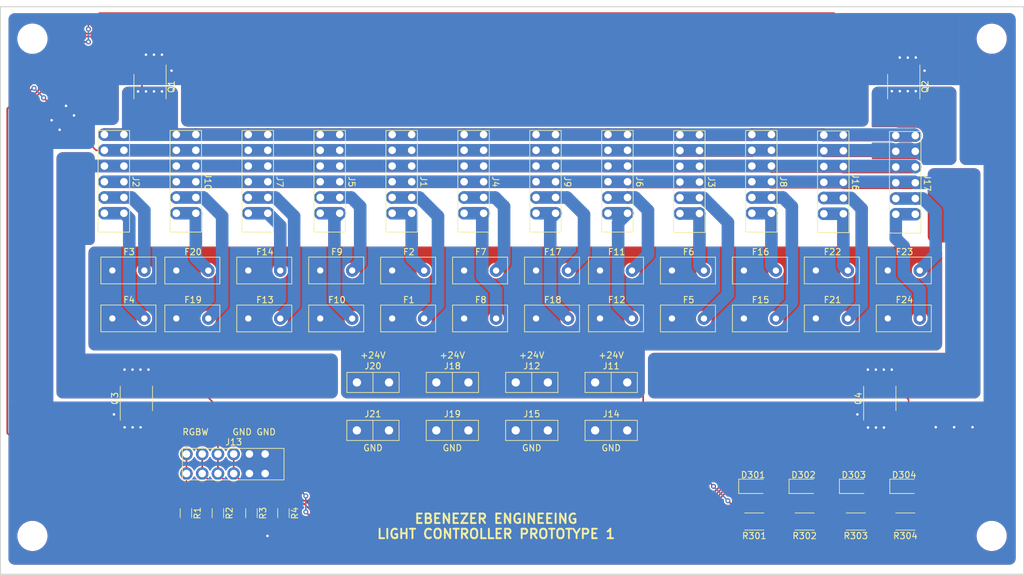
<source format=kicad_pcb>
(kicad_pcb (version 20211014) (generator pcbnew)
  (layers (0 "F.Cu" signal) (31 "B.Cu" signal) (34 "B.Paste" user) (35 "F.Paste" user) (36 "B.SilkS" user "B.Silkscreen") (37 "F.SilkS" user "F.Silkscreen") (38 "B.Mask" user) (39 "F.Mask" user) (44 "Edge.Cuts" user))
  (net 0 "")
  (net 1 "RED_OUTPUT")
  (net 2 "RED_INPUT")
  (net 3 "GND")
  (net 4 "24V")
  (net 5 "GREEN_OUTPUT")
  (net 6 "BLUE_OUTPUT")
  (net 7 "WHITE_OUTPUT")
  (net 8 "BLUE_INPUT")
  (net 9 "WHITE_INPUT")
  (net 10 "GREEN_INPUT")
  (net 11 "Net-(F9-Pad2)")
  (net 12 "Net-(F8-Pad2)")
  (net 13 "Net-(F7-Pad2)")
  (net 14 "Net-(F6-Pad2)")
  (net 15 "Net-(F5-Pad2)")
  (net 16 "Net-(F4-Pad2)")
  (net 17 "Net-(F3-Pad2)")
  (net 18 "Net-(F20-Pad2)")
  (net 19 "Net-(F2-Pad2)")
  (net 20 "Net-(F19-Pad2)")
  (net 21 "Net-(F18-Pad2)")
  (net 22 "Net-(F17-Pad2)")
  (net 23 "Net-(F16-Pad2)")
  (net 24 "Net-(F15-Pad2)")
  (net 25 "Net-(F14-Pad2)")
  (net 26 "Net-(F13-Pad2)")
  (net 27 "Net-(F12-Pad2)")
  (net 28 "Net-(F11-Pad2)")
  (net 29 "Net-(F10-Pad2)")
  (net 30 "Net-(F1-Pad2)")
  (net 31 "Net-(F21-Pad2)")
  (net 32 "Net-(F22-Pad2)")
  (net 33 "Net-(F23-Pad2)")
  (net 34 "Net-(F24-Pad2)")
  (net 35 "Net-(D301-Pad2)")
  (net 36 "Net-(D302-Pad2)")
  (net 37 "Net-(D303-Pad2)")
  (net 38 "Net-(D304-Pad2)")
  (footprint "Library:1212" (layer "F.Cu") (at 164.338 99.06 180)
    (fp_text reference "J11")
    (fp_text value "24V" hide)
  )
  (footprint "MountingHole:MountingHole_4.3mm_M4" (layer "F.Cu") (at 72.39 44.45)
    (fp_text reference " ")
    (fp_text value " ")
  )
  (footprint "LED_SMD:LED_1206_3216Metric" (layer "F.Cu") (at 210.8825 115.57)
    (fp_text reference "D304")
    (fp_text value "LED")
  )
  (footprint "MountingHole:MountingHole_4.3mm_M4" (layer "F.Cu") (at 72.39 123.444)
    (fp_text reference " ")
    (fp_text value " ")
  )
  (footprint "Library:1814605" (layer "F.Cu") (at 175.26 59.72 -90)
    (fp_text reference "J3")
    (fp_text value "Conn_01x06")
  )
  (footprint "Library:SOIC-8_3.9x4.9mm_P1.27mm transistor" (layer "F.Cu") (at 210.82 52.07 -90)
    (fp_text reference "Q2")
    (fp_text value "Si4122DY")
  )
  (footprint "MountingHole:MountingHole_4.3mm_M4" (layer "F.Cu") (at 224.79 123.444)
    (fp_text reference " ")
    (fp_text value " ")
  )
  (footprint "Resistor_SMD:R_1206_3216Metric" (layer "F.Cu") (at 107.188 119.8265 -90)
    (fp_text reference "R3")
    (fp_text value "10K")
  )
  (footprint "Library:1814605" (layer "F.Cu") (at 118.11 59.68 -90)
    (fp_text reference "J5")
    (fp_text value "Conn_01x06")
  )
  (footprint "Library:1814605" (layer "F.Cu") (at 209.55 59.84 -90)
    (fp_text reference "J17")
    (fp_text value "Conn_01x06")
  )
  (footprint "Library:1814605" (layer "F.Cu") (at 152.4 59.68 -90)
    (fp_text reference "J9")
    (fp_text value "Conn_01x06")
  )
  (footprint "Library:1212" (layer "F.Cu") (at 126.492 99.06 180)
    (fp_text reference "J20")
    (fp_text value "24V" hide)
  )
  (footprint "Fuse:Fuse_Littelfuse_395Series" (layer "F.Cu") (at 185.42 88.9)
    (fp_text reference "F15")
    (fp_text value "RUEF090-AP")
  )
  (footprint "Fuse:Fuse_Littelfuse_395Series" (layer "F.Cu") (at 162.56 88.89)
    (fp_text reference "F12")
    (fp_text value "RUEF090-AP")
  )
  (footprint "LED_SMD:LED_1206_3216Metric" (layer "F.Cu") (at 194.8825 115.57)
    (fp_text reference "D302")
    (fp_text value "LED")
  )
  (footprint "LED_SMD:LED_1206_3216Metric" (layer "F.Cu") (at 186.8825 115.57)
    (fp_text reference "D301")
    (fp_text value "LED")
  )
  (footprint "Library:1212" (layer "F.Cu") (at 126.482 106.68 180)
    (fp_text reference "J21")
    (fp_text value "GND" hide)
  )
  (footprint "Library:1212" (layer "F.Cu") (at 139.100666 106.68 180)
    (fp_text reference "J19")
    (fp_text value "GND" hide)
  )
  (footprint "Resistor_SMD:R_2010_5025Metric" (layer "F.Cu") (at 203.2 121.158 180)
    (fp_text reference "R303")
    (fp_text value "2k")
  )
  (footprint "Library:1814605" (layer "F.Cu") (at 106.68 59.68 -90)
    (fp_text reference "J7")
    (fp_text value "Conn_01x06")
  )
  (footprint "Fuse:Fuse_Littelfuse_395Series" (layer "F.Cu") (at 129.54 88.9)
    (fp_text reference "F1")
    (fp_text value "RUEF090-AP")
  )
  (footprint "Library:1814605" (layer "F.Cu") (at 140.97 59.68 -90)
    (fp_text reference "J4")
    (fp_text value "Conn_01x06")
  )
  (footprint "Fuse:Fuse_Littelfuse_395Series" (layer "F.Cu") (at 185.42 81.28)
    (fp_text reference "F16")
    (fp_text value "RUEF090-AP")
  )
  (footprint "Library:SOIC-8_3.9x4.9mm_P1.27mm transistor" (layer "F.Cu") (at 91.068882 52.07 -90)
    (fp_text reference "Q1")
    (fp_text value "Si4122DY")
  )
  (footprint "MountingHole:MountingHole_4.3mm_M4" (layer "F.Cu") (at 224.79 44.45)
    (fp_text reference " ")
    (fp_text value " ")
  )
  (footprint "Library:SOIC-8_3.9x4.9mm_P1.27mm transistor" (layer "F.Cu") (at 207.01 101.6 90)
    (fp_text reference "Q4")
    (fp_text value "Si4122DY")
  )
  (footprint "Resistor_SMD:R_2010_5025Metric" (layer "F.Cu") (at 187.075 121.158 180)
    (fp_text reference "R301")
    (fp_text value "2k")
  )
  (footprint "Resistor_SMD:R_1206_3216Metric" (layer "F.Cu") (at 96.774 119.8265 -90)
    (fp_text reference "R1")
    (fp_text value "10K")
  )
  (footprint "Library:1814605" (layer "F.Cu") (at 198.12 59.76 -90)
    (fp_text reference "J16")
    (fp_text value "Conn_01x06")
  )
  (footprint "Library:1212" (layer "F.Cu") (at 139.107333 99.06 180)
    (fp_text reference "J18")
    (fp_text value "24V" hide)
  )
  (footprint "LED_SMD:LED_1206_3216Metric" (layer "F.Cu") (at 202.8825 115.57)
    (fp_text reference "D303")
    (fp_text value "LED")
  )
  (footprint "Library:1814605" (layer "F.Cu") (at 163.83 59.68 -90)
    (fp_text reference "J6")
    (fp_text value "Conn_01x06")
  )
  (footprint "Library:1814605" (layer "F.Cu") (at 83.82 59.68 -90)
    (fp_text reference "J2")
    (fp_text value "Conn_01x06")
  )
  (footprint "Fuse:Fuse_Littelfuse_395Series" (layer "F.Cu") (at 173.99 81.28)
    (fp_text reference "F6")
    (fp_text value "RUEF090-AP")
  )
  (footprint "Resistor_SMD:R_2010_5025Metric" (layer "F.Cu") (at 195.072 121.158 180)
    (fp_text reference "R302")
    (fp_text value "2k")
  )
  (footprint "Fuse:Fuse_Littelfuse_395Series" (layer "F.Cu") (at 152.4 81.28)
    (fp_text reference "F17")
    (fp_text value "RUEF090-AP")
  )
  (footprint "Fuse:Fuse_Littelfuse_395Series" (layer "F.Cu") (at 152.4 88.9)
    (fp_text reference "F18")
    (fp_text value "RUEF090-AP")
  )
  (footprint "Library:1212" (layer "F.Cu") (at 151.722666 99.06 180)
    (fp_text reference "J12")
    (fp_text value "24V" hide)
  )
  (footprint "Fuse:Fuse_Littelfuse_395Series" (layer "F.Cu") (at 173.99 88.9)
    (fp_text reference "F5")
    (fp_text value "RUEF090-AP")
  )
  (footprint "Library:1814605" (layer "F.Cu") (at 96.86 113.534)
    (fp_text reference "J13")
    (fp_text value "SIGNAL")
  )
  (footprint "Resistor_SMD:R_1206_3216Metric" (layer "F.Cu") (at 101.854 119.8265 -90)
    (fp_text reference "R2")
    (fp_text value "10K")
  )
  (footprint "Fuse:Fuse_Littelfuse_395Series" (layer "F.Cu") (at 208.28 81.27)
    (fp_text reference "F23")
    (fp_text value "RUEF090-AP")
  )
  (footprint "Library:1814605" (layer "F.Cu") (at 95.25 59.68 -90)
    (fp_text reference "J10")
    (fp_text value "Conn_01x06")
  )
  (footprint "Fuse:Fuse_Littelfuse_395Series" (layer "F.Cu") (at 196.85 88.89)
    (fp_text reference "F21")
    (fp_text value "RUEF090-AP")
  )
  (footprint "Library:1212" (layer "F.Cu") (at 151.719332 106.68 180)
    (fp_text reference "J15")
    (fp_text value "GND" hide)
  )
  (footprint "Library:SOIC-8_3.9x4.9mm_P1.27mm transistor" (layer "F.Cu") (at 88.9 101.6 90)
    (fp_text reference "Q3")
    (fp_text value "Si4122DY")
  )
  (footprint "Fuse:Fuse_Littelfuse_395Series" (layer "F.Cu") (at 196.85 81.27)
    (fp_text reference "F22")
    (fp_text value "RUEF090-AP")
  )
  (footprint "Fuse:Fuse_Littelfuse_395Series" (layer "F.Cu") (at 118.11 88.9)
    (fp_text reference "F10")
    (fp_text value "RUEF090-AP")
  )
  (footprint "Library:1814605" (layer "F.Cu") (at 186.69 59.68 -90)
    (fp_text reference "J8")
    (fp_text value "Conn_01x06")
  )
  (footprint "Fuse:Fuse_Littelfuse_395Series" (layer "F.Cu") (at 85.09 88.89)
    (fp_text reference "F4")
    (fp_text value "RUEF090-AP")
  )
  (footprint "Fuse:Fuse_Littelfuse_395Series" (layer "F.Cu") (at 208.28 88.89)
    (fp_text reference "F24")
    (fp_text value "RUEF090-AP")
  )
  (footprint "Fuse:Fuse_Littelfuse_395Series" (layer "F.Cu") (at 162.56 81.28)
    (fp_text reference "F11")
    (fp_text value "RUEF090-AP")
  )
  (footprint "Library:1814605" (layer "F.Cu") (at 129.54 59.68 -90)
    (fp_text reference "J1")
    (fp_text value "Conn_01x06")
  )
  (footprint "Resistor_SMD:R_2010_5025Metric" (layer "F.Cu") (at 211.074 121.158 180)
    (fp_text reference "R304")
    (fp_text value "2k")
  )
  (footprint "Library:1212" (layer "F.Cu") (at 164.338 106.68 180)
    (fp_text reference "J14")
    (fp_text value "GND" hide)
  )
  (footprint "Resistor_SMD:R_1206_3216Metric" (layer "F.Cu") (at 112.268 119.8265 -90)
    (fp_text reference "R4")
    (fp_text value "10K")
  )
  (footprint "Fuse:Fuse_Littelfuse_395Series" (layer "F.Cu") (at 85.09 81.27)
    (fp_text reference "F3")
    (fp_text value "RUEF090-AP")
  )
  (footprint "Fuse:Fuse_Littelfuse_395Series" (layer "F.Cu") (at 140.97 81.28)
    (fp_text reference "F7")
    (fp_text value "RUEF090-AP")
  )
  (footprint "Fuse:Fuse_Littelfuse_395Series" (layer "F.Cu") (at 118.11 81.27)
    (fp_text reference "F9")
    (fp_text value "RUEF090-AP")
  )
  (footprint "Fuse:Fuse_Littelfuse_395Series" (layer "F.Cu") (at 95.25 81.28)
    (fp_text reference "F20")
    (fp_text value "RUEF090-AP")
  )
  (footprint "Fuse:Fuse_Littelfuse_395Series" (layer "F.Cu") (at 106.68 81.28)
    (fp_text reference "F14")
    (fp_text value "RUEF090-AP")
  )
  (footprint "Fuse:Fuse_Littelfuse_395Series" (layer "F.Cu") (at 129.54 81.28)
    (fp_text reference "F2")
    (fp_text value "RUEF090-AP")
  )
  (footprint "Fuse:Fuse_Littelfuse_395Series" (layer "F.Cu") (at 95.25 88.89)
    (fp_text reference "F19")
    (fp_text value "RUEF090-AP")
  )
  (footprint "Fuse:Fuse_Littelfuse_395Series" (layer "F.Cu") (at 106.68 88.9)
    (fp_text reference "F13")
    (fp_text value "RUEF090-AP")
  )
  (footprint "Fuse:Fuse_Littelfuse_395Series" (layer "F.Cu") (at 140.97 88.9)
    (fp_text reference "F8")
    (fp_text value "RUEF090-AP")
  )
  (gr_rect (start 67.31 39.37) (end 229.87 129.54) (layer "Edge.Cuts") (width 0.15) (fill none))
  (gr_text "RGBW     GND GND" (at 103.632 106.934) (layer "F.SilkS") (effects (font (size 1 1))))
  (gr_text "+24V" (at 151.717666 94.742) (layer "F.SilkS") (effects (font (size 1 1))))
  (gr_text "+24V" (at 126.492 94.742) (layer "F.SilkS") (effects (font (size 1 1))))
  (gr_text "GND" (at 139.100666 109.474) (layer "F.SilkS") (effects (font (size 1 1))))
  (gr_text "EBENEZER ENGINEEING\nLIGHT CONTROLLER PROTOTYPE 1" (at 146.05 121.92) (layer "F.SilkS") (effects (font (size 1.5 1.5) (thickness 0.3))))
  (gr_text "+24V" (at 139.097333 94.742) (layer "F.SilkS") (effects (font (size 1 1))))
  (gr_text "+24V" (at 164.338 94.742) (layer "F.SilkS") (effects (font (size 1 1))))
  (gr_text "GND" (at 126.492 109.474) (layer "F.SilkS") (effects (font (size 1 1))))
  (gr_text "GND" (at 151.719332 109.474) (layer "F.SilkS") (effects (font (size 1 1))))
  (gr_text "GND" (at 164.338 109.474) (layer "F.SilkS") (effects (font (size 1 1))))
  (segment (start 144.07 59.68) (end 152.4 59.68) (width 2) (layer "F.Cu") (net 1))
  (segment (start 198.04 59.68) (end 198.12 59.76) (width 2) (layer "F.Cu") (net 1))
  (segment (start 106.68 59.68) (end 109.78 59.68) (width 2) (layer "F.Cu") (net 1))
  (segment (start 95.25 59.68) (end 98.35 59.68) (width 2) (layer "F.Cu") (net 1))
  (segment (start 183.525768 115.57) (end 172.349768 126.746) (width 0.25) (layer "F.Cu") (net 1))
  (segment (start 88.84152 42.231803) (end 88.84152 47.626566) (width 0.25) (layer "F.Cu") (net 1))
  (segment (start 87.445238 40.83552) (end 88.84152 42.231803) (width 0.25) (layer "F.Cu") (net 1))
  (segment (start 68.38448 107.120197) (end 68.38448 55.558906) (width 0.25) (layer "F.Cu") (net 1))
  (segment (start 118.11 59.68) (end 121.21 59.68) (width 2) (layer "F.Cu") (net 1))
  (segment (start 172.349768 126.746) (end 88.010283 126.746) (width 0.25) (layer "F.Cu") (net 1))
  (segment (start 89.788402 52.81104) (end 89.809362 52.832) (width 0.25) (layer "F.Cu") (net 1))
  (segment (start 86.92 59.68) (end 95.25 59.68) (width 2) (layer "F.Cu") (net 1))
  (segment (start 152.4 59.68) (end 155.5 59.68) (width 2) (layer "F.Cu") (net 1))
  (segment (start 98.35 59.68) (end 106.68 59.68) (width 2) (layer "F.Cu") (net 1))
  (segment (start 81.72952 42.348763) (end 83.242763 40.83552) (width 0.25) (layer "F.Cu") (net 1))
  (segment (start 81.580103 43.650511) (end 82.004511 43.226103) (width 0.25) (layer "F.Cu") (net 1))
  (segment (start 155.5 59.68) (end 163.83 59.68) (width 2) (layer "F.Cu") (net 1))
  (segment (start 121.21 59.68) (end 129.54 59.68) (width 2) (layer "F.Cu") (net 1))
  (segment (start 82.004511 42.625897) (end 81.72952 42.350906) (width 0.25) (layer "F.Cu") (net 1))
  (segment (start 109.78 59.68) (end 118.11 59.68) (width 2) (layer "F.Cu") (net 1))
  (segment (start 201.22 59.76) (end 209.47 59.76) (width 2) (layer "F.Cu") (net 1))
  (segment (start 186.65 59.72) (end 186.69 59.68) (width 2) (layer "F.Cu") (net 1))
  (segment (start 189.79 59.68) (end 198.04 59.68) (width 2) (layer "F.Cu") (net 1))
  (segment (start 129.54 59.68) (end 132.64 59.68) (width 2) (layer "F.Cu") (net 1))
  (segment (start 163.83 59.68) (end 166.93 59.68) (width 2) (layer "F.Cu") (net 1))
  (segment (start 88.010283 126.746) (end 68.38448 107.120197) (width 0.25) (layer "F.Cu") (net 1))
  (segment (start 166.93 59.68) (end 175.22 59.68) (width 2) (layer "F.Cu") (net 1))
  (segment (start 186.69 59.68) (end 189.79 59.68) (width 2) (layer "F.Cu") (net 1))
  (segment (start 198.12 59.76) (end 201.22 59.76) (width 2) (layer "F.Cu") (net 1))
  (segment (start 175.26 59.72) (end 178.36 59.72) (width 2) (layer "F.Cu") (net 1))
  (segment (start 83.242763 40.83552) (end 87.445238 40.83552) (width 0.25) (layer "F.Cu") (net 1))
  (segment (start 80.636386 43.307) (end 80.979897 43.650511) (width 0.25) (layer "F.Cu") (net 1))
  (segment (start 178.36 59.72) (end 186.65 59.72) (width 2) (layer "F.Cu") (net 1))
  (segment (start 81.72952 42.350906) (end 81.72952 42.348763) (width 0.25) (layer "F.Cu") (net 1))
  (segment (start 185.4825 115.57) (end 183.525768 115.57) (width 0.25) (layer "F.Cu") (net 1))
  (segment (start 132.64 59.68) (end 140.97 59.68) (width 2) (layer "F.Cu") (net 1))
  (segment (start 88.84152 47.626566) (end 89.788402 48.573448) (width 0.25) (layer "F.Cu") (net 1))
  (segment (start 80.979897 43.650511) (end 81.580103 43.650511) (width 0.25) (layer "F.Cu") (net 1))
  (segment (start 82.004511 43.226103) (end 82.004511 42.625897) (width 0.25) (layer "F.Cu") (net 1))
  (segment (start 209.55 59.84) (end 212.65 59.84) (width 2) (layer "F.Cu") (net 1))
  (segment (start 89.788402 48.573448) (end 89.788402 52.81104) (width 0.25) (layer "F.Cu") (net 1))
  (segment (start 83.82 59.68) (end 86.92 59.68) (width 2) (layer "F.Cu") (net 1))
  (segment (start 175.22 59.68) (end 175.26 59.72) (width 2) (layer "F.Cu") (net 1))
  (segment (start 68.38448 55.558906) (end 80.636386 43.307) (width 0.25) (layer "F.Cu") (net 1))
  (segment (start 209.47 59.76) (end 209.55 59.84) (width 2) (layer "F.Cu") (net 1))
  (segment (start 140.97 59.68) (end 144.07 59.68) (width 2) (layer "F.Cu") (net 1))
  (via (at 92.964 52.82693) (size 0.8) (drill 0.4) (layers "F.Cu" "B.Cu") (net 1))
  (via (at 91.696573 52.82693) (size 0.8) (drill 0.4) (layers "F.Cu" "B.Cu") (net 1))
  (via (at 89.161723 52.82693) (size 0.8) (drill 0.4) (layers "F.Cu" "B.Cu") (net 1))
  (via (at 90.429148 52.82693) (size 0.8) (drill 0.4) (layers "F.Cu" "B.Cu") (net 1))
  (segment (start 212.49 59.68) (end 212.65 59.84) (width 2) (layer "B.Cu") (net 1))
  (segment (start 83.82 59.68) (end 212.49 59.68) (width 2) (layer "B.Cu") (net 1))
  (segment (start 88.382678 125.84696) (end 69.342 106.806282) (width 0.25) (layer "F.Cu") (net 2))
  (segment (start 72.263718 53.086) (end 72.906614 53.086) (width 0.25) (layer "F.Cu") (net 2))
  (segment (start 80.7937 44.100031) (end 81.766301 44.100031) (width 0.25) (layer "F.Cu") (net 2))
  (segment (start 96.86 110.434) (end 96.86 113.534) (width 0.25) (layer "F.Cu") (net 2))
  (segment (start 83.42896 41.28504) (end 87.25904 41.28504) (width 0.25) (layer "F.Cu") (net 2))
  (segment (start 96.86 113.534) (end 96.86 118.278) (width 0.25) (layer "F.Cu") (net 2))
  (segment (start 88.392 42.418) (end 88.392 48.823118) (width 0.25) (layer "F.Cu") (net 2))
  (segment (start 69.342 56.007718) (end 72.263718 53.086) (width 0.25) (layer "F.Cu") (net 2))
  (segment (start 87.25904 41.28504) (end 88.392 42.418) (width 0.25) (layer "F.Cu") (net 2))
  (segment (start 91.83104 125.84696) (end 88.382678 125.84696) (width 0.25) (layer "F.Cu") (net 2))
  (segment (start 80.703834 44.010166) (end 80.7937 44.100031) (width 0.25) (layer "F.Cu") (net 2))
  (segment (start 82.454031 42.259969) (end 83.42896 41.28504) (width 0.25) (layer "F.Cu") (net 2))
  (segment (start 94.488 120.65) (end 94.488 123.19) (width 0.25) (layer "F.Cu") (net 2))
  (segment (start 82.454031 43.4123) (end 82.454031 42.259969) (width 0.25) (layer "F.Cu") (net 2))
  (segment (start 81.766301 44.100031) (end 82.454031 43.4123) (width 0.25) (layer "F.Cu") (net 2))
  (segment (start 96.86 118.278) (end 96.774 118.364) (width 0.25) (layer "F.Cu") (net 2))
  (segment (start 73.152 51.562) (end 80.703834 44.010166) (width 0.25) (layer "F.Cu") (net 2))
  (segment (start 73.368511 52.624103) (end 73.368511 52.023897) (width 0.25) (layer "F.Cu") (net 2))
  (segment (start 88.392 48.823118) (end 89.163882 49.595) (width 0.25) (layer "F.Cu") (net 2))
  (segment (start 69.342 106.806282) (end 69.342 56.007718) (width 0.25) (layer "F.Cu") (net 2))
  (segment (start 73.368511 52.023897) (end 73.152 51.807386) (width 0.25) (layer "F.Cu") (net 2))
  (segment (start 96.774 118.364) (end 94.488 120.65) (width 0.25) (layer "F.Cu") (net 2))
  (segment (start 94.488 123.19) (end 91.83104 125.84696) (width 0.25) (layer "F.Cu") (net 2))
  (segment (start 72.906614 53.086) (end 73.368511 52.624103) (width 0.25) (layer "F.Cu") (net 2))
  (segment (start 73.152 51.807386) (end 73.152 51.562) (width 0.25) (layer "F.Cu") (net 2))
  (via (at 89.567403 106.194813) (size 0.8) (drill 0.4) (layers "F.Cu" "B.Cu") (net 3))
  (via (at 218.821 106.172) (size 0.8) (drill 0.4) (layers "F.Cu" "B.Cu") (net 3))
  (via (at 215.9 106.172) (size 0.8) (drill 0.4) (layers "F.Cu" "B.Cu") (net 3))
  (via (at 221.742 106.172) (size 0.8) (drill 0.4) (layers "F.Cu" "B.Cu") (net 3))
  (via (at 88.301668 106.194813) (size 0.8) (drill 0.4) (layers "F.Cu" "B.Cu") (net 3))
  (via (at 75.438 57.404) (size 0.8) (drill 0.4) (layers "F.Cu" "B.Cu") (net 3))
  (via (at 210.182722 47.444768) (size 0.8) (drill 0.4) (layers "F.Cu" "B.Cu") (net 3))
  (via (at 94.488 49.53) (size 0.8) (drill 0.4) (layers "F.Cu" "B.Cu") (net 3))
  (via (at 78.994 56.642) (size 0.8) (drill 0.4) (layers "F.Cu" "B.Cu") (net 3))
  (via (at 77.724 55.118) (size 0.8) (drill 0.4) (layers "F.Cu" "B.Cu") (net 3))
  (via (at 214.122 49.53) (size 0.8) (drill 0.4) (layers "F.Cu" "B.Cu") (net 3))
  (via (at 91.694 46.99) (size 0.8) (drill 0.4) (layers "F.Cu" "B.Cu") (net 3))
  (via (at 92.964 46.99) (size 0.8) (drill 0.4) (layers "F.Cu" "B.Cu") (net 3))
  (via (at 109.728 123.444) (size 0.8) (drill 0.4) (layers "F.Cu" "B.Cu") (net 3))
  (via (at 87.035933 106.194813) (size 0.8) (drill 0.4) (layers "F.Cu" "B.Cu") (net 3))
  (via (at 90.424 46.99) (size 0.8) (drill 0.4) (layers "F.Cu" "B.Cu") (net 3))
  (via (at 206.400459 106.223567) (size 0.8) (drill 0.4) (layers "F.Cu" "B.Cu") (net 3))
  (via (at 205.134724 106.223567) (size 0.8) (drill 0.4) (layers "F.Cu" "B.Cu") (net 3))
  (via (at 212.728879 47.441669) (size 0.8) (drill 0.4) (layers "F.Cu" "B.Cu") (net 3))
  (via (at 203.454 104.14) (size 0.8) (drill 0.4) (layers "F.Cu" "B.Cu") (net 3))
  (via (at 76.708 58.928) (size 0.8) (drill 0.4) (layers "F.Cu" "B.Cu") (net 3))
  (via (at 211.458073 47.461948) (size 0.8) (drill 0.4) (layers "F.Cu" "B.Cu") (net 3))
  (via (at 85.344 104.14) (size 0.8) (drill 0.4) (layers "F.Cu" "B.Cu") (net 3))
  (via (at 207.666194 106.223567) (size 0.8) (drill 0.4) (layers "F.Cu" "B.Cu") (net 3))
  (segment (start 169.418 104.394) (end 169.418 100.584) (width 0.25) (layer "F.Cu") (net 4))
  (segment (start 184.7625 119.7385) (end 184.7625 121.5165) (width 0.25) (layer "F.Cu") (net 4))
  (segment (start 186.47852 123.23252) (end 206.68698 123.23252) (width 0.25) (layer "F.Cu") (net 4))
  (segment (start 191.77 123.19) (end 193.04 121.92) (width 0.25) (layer "F.Cu") (net 4))
  (segment (start 182.88 117.856) (end 184.7625 119.7385) (width 0.25) (layer "F.Cu") (net 4))
  (segment (start 199.39 123.19) (end 200.66 121.92) (width 0.25) (layer "F.Cu") (net 4))
  (segment (start 180.594 115.57) (end 169.418 104.394) (width 0.25) (layer "F.Cu") (net 4))
  (segment (start 206.68698 123.23252) (end 208.7615 121.158) (width 0.25) (layer "F.Cu") (net 4))
  (segment (start 184.7625 121.5165) (end 186.47852 123.23252) (width 0.25) (layer "F.Cu") (net 4))
  (via (at 182.88 117.856) (size 0.8) (drill 0.4) (layers "F.Cu" "B.Cu") (net 4))
  (via (at 180.594 115.57) (size 0.8) (drill 0.4) (layers "F.Cu" "B.Cu") (net 4))
  (segment (start 85.09 81.27) (end 85.09 88.89) (width 2) (layer "B.Cu") (net 4))
  (segment (start 106.68 81.28) (end 106.68 88.9) (width 2) (layer "B.Cu") (net 4))
  (segment (start 173.99 81.28) (end 173.99 88.9) (width 2) (layer "B.Cu") (net 4))
  (segment (start 129.54 81.28) (end 129.54 88.9) (width 2) (layer "B.Cu") (net 4))
  (segment (start 95.25 81.28) (end 95.25 88.89) (width 2) (layer "B.Cu") (net 4))
  (segment (start 208.28 81.27) (end 208.28 88.89) (width 2) (layer "B.Cu") (net 4))
  (segment (start 182.88 117.856) (end 180.594 115.57) (width 0.25) (layer "B.Cu") (net 4))
  (segment (start 140.97 81.28) (end 140.97 88.9) (width 2) (layer "B.Cu") (net 4))
  (segment (start 152.4 81.28) (end 152.4 88.9) (width 2) (layer "B.Cu") (net 4))
  (segment (start 196.85 81.27) (end 196.85 88.89) (width 2) (layer "B.Cu") (net 4))
  (segment (start 185.42 81.28) (end 185.42 88.9) (width 2) (layer "B.Cu") (net 4))
  (segment (start 118.11 81.27) (end 118.11 88.9) (width 2) (layer "B.Cu") (net 4))
  (segment (start 162.56 81.28) (end 162.56 88.89) (width 2) (layer "B.Cu") (net 4))
  (segment (start 198.12 62.26) (end 201.22 62.26) (width 2) (layer "F.Cu") (net 5))
  (segment (start 68.834 55.88) (end 72.39 52.324) (width 0.25) (layer "F.Cu") (net 5))
  (segment (start 95.25 62.18) (end 98.35 62.18) (width 2) (layer "F.Cu") (net 5))
  (segment (start 209.47 62.26) (end 209.55 62.34) (width 2) (layer "F.Cu") (net 5))
  (segment (start 98.35 62.18) (end 106.68 62.18) (width 2) (layer "F.Cu") (net 5))
  (segment (start 163.83 62.18) (end 166.93 62.18) (width 2) (layer "F.Cu") (net 5))
  (segment (start 191.71152 114.24152) (end 184.21853 114.24152) (width 0.25) (layer "F.Cu") (net 5))
  (segment (start 132.64 62.18) (end 140.97 62.18) (width 2) (layer "F.Cu") (net 5))
  (segment (start 68.834 106.934) (end 68.834 55.88) (width 0.25) (layer "F.Cu") (net 5))
  (segment (start 140.97 62.18) (end 144.07 62.18) (width 2) (layer "F.Cu") (net 5))
  (segment (start 109.78 62.18) (end 118.11 62.18) (width 2) (layer "F.Cu") (net 5))
  (segment (start 209.55 62.34) (end 212.65 62.34) (width 2) (layer "F.Cu") (net 5))
  (segment (start 83.82 62.18) (end 86.92 62.18) (width 2) (layer "F.Cu") (net 5))
  (segment (start 193.4825 115.57) (end 193.04 115.57) (width 0.25) (layer "F.Cu") (net 5))
  (segment (start 175.26 62.22) (end 178.36 62.22) (width 2) (layer "F.Cu") (net 5))
  (segment (start 186.69 62.18) (end 189.79 62.18) (width 2) (layer "F.Cu") (net 5))
  (segment (start 121.21 62.18) (end 129.54 62.18) (width 2) (layer "F.Cu") (net 5))
  (segment (start 74.168 53.848) (end 82.5 62.18) (width 0.25) (layer "F.Cu") (net 5))
  (segment (start 166.93 62.18) (end 175.22 62.18) (width 2) (layer "F.Cu") (net 5))
  (segment (start 193.04 115.57) (end 191.71152 114.24152) (width 0.25) (layer "F.Cu") (net 5))
  (segment (start 152.4 62.18) (end 155.5 62.18) (width 2) (layer "F.Cu") (net 5))
  (segment (start 88.19648 126.29648) (end 68.834 106.934) (width 0.25) (layer "F.Cu") (net 5))
  (segment (start 72.39 52.324) (end 72.644 52.324) (width 0.25) (layer "F.Cu") (net 5))
  (segment (start 118.11 62.18) (end 121.21 62.18) (width 2) (layer "F.Cu") (net 5))
  (segment (start 186.65 62.22) (end 186.69 62.18) (width 2) (layer "F.Cu") (net 5))
  (segment (start 82.5 62.18) (end 83.82 62.18) (width 0.25) (layer "F.Cu") (net 5))
  (segment (start 189.79 62.18) (end 198.04 62.18) (width 2) (layer "F.Cu") (net 5))
  (segment (start 106.68 62.18) (end 109.78 62.18) (width 2) (layer "F.Cu") (net 5))
  (segment (start 144.07 62.18) (end 152.4 62.18) (width 2) (layer "F.Cu") (net 5))
  (segment (start 172.16357 126.29648) (end 88.19648 126.29648) (width 0.25) (layer "F.Cu") (net 5))
  (segment (start 86.92 62.18) (end 95.25 62.18) (width 2) (layer "F.Cu") (net 5))
  (segment (start 184.21853 114.24152) (end 172.16357 126.29648) (width 0.25) (layer "F.Cu") (net 5))
  (segment (start 129.54 62.18) (end 132.64 62.18) (width 2) (layer "F.Cu") (net 5))
  (segment (start 201.22 62.26) (end 209.47 62.26) (width 2) (layer "F.Cu") (net 5))
  (segment (start 178.36 62.22) (end 186.65 62.22) (width 2) (layer "F.Cu") (net 5))
  (segment (start 198.04 62.18) (end 198.12 62.26) (width 2) (layer "F.Cu") (net 5))
  (segment (start 155.5 62.18) (end 163.83 62.18) (width 2) (layer "F.Cu") (net 5))
  (segment (start 175.22 62.18) (end 175.26 62.22) (width 2) (layer "F.Cu") (net 5))
  (via (at 212.726499 52.789092) (size 0.8) (drill 0.4) (layers "F.Cu" "B.Cu") (net 5))
  (via (at 210.191649 52.789092) (size 0.8) (drill 0.4) (layers "F.Cu" "B.Cu") (net 5))
  (via (at 72.644 52.324) (size 0.8) (drill 0.4) (layers "F.Cu" "B.Cu") (net 5))
  (via (at 211.459074 52.789092) (size 0.8) (drill 0.4) (layers "F.Cu" "B.Cu") (net 5))
  (via (at 208.924222 52.789092) (size 0.8) (drill 0.4) (layers "F.Cu" "B.Cu") (net 5))
  (via (at 74.168 53.848) (size 0.8) (drill 0.4) (layers "F.Cu" "B.Cu") (net 5))
  (segment (start 83.82 62.18) (end 212.49 62.18) (width 2) (layer "B.Cu") (net 5))
  (segment (start 72.644 52.324) (end 74.168 53.848) (width 0.25) (layer "B.Cu") (net 5))
  (segment (start 212.49 62.18) (end 212.65 62.34) (width 2) (layer "B.Cu") (net 5))
  (segment (start 186.69 64.68) (end 178.4 64.68) (width 2) (layer "F.Cu") (net 6))
  (segment (start 109.78 64.68) (end 106.68 64.68) (width 2) (layer "F.Cu") (net 6))
  (segment (start 121.21 64.68) (end 118.11 64.68) (width 2) (layer "F.Cu") (net 6))
  (segment (start 171.977372 125.84696) (end 122.03696 125.84696) (width 0.25) (layer "F.Cu") (net 6))
  (segment (start 98.35 64.68) (end 95.25 64.68) (width 2) (layer "F.Cu") (net 6))
  (segment (start 163.83 64.68) (end 155.5 64.68) (width 2) (layer "F.Cu") (net 6))
  (segment (start 199.7045 113.792) (end 184.032332 113.792) (width 0.25) (layer "F.Cu") (net 6))
  (segment (start 155.5 64.68) (end 152.4 64.68) (width 2) (layer "F.Cu") (net 6))
  (segment (start 95.25 64.68) (end 86.92 64.68) (width 2) (layer "F.Cu") (net 6))
  (segment (start 81.444 64.68) (end 81.28 64.516) (width 2) (layer "F.Cu") (net 6))
  (segment (start 118.11 64.68) (end 109.78 64.68) (width 2) (layer "F.Cu") (net 6))
  (segment (start 99.441717 100.584) (end 102.30952 103.451803) (width 0.25) (layer "F.Cu") (net 6))
  (segment (start 184.032332 113.792) (end 171.977372 125.84696) (width 0.25) (layer "F.Cu") (net 6))
  (segment (start 201.22 64.76) (end 198.12 64.76) (width 2) (layer "F.Cu") (net 6))
  (segment (start 166.97 64.72) (end 166.93 64.68) (width 2) (layer "F.Cu") (net 6))
  (segment (start 86.92 64.68) (end 83.82 64.68) (width 2) (layer "F.Cu") (net 6))
  (segment (start 102.30952 103.451803) (end 102.30952 108.15152) (width 0.25) (layer "F.Cu") (net 6))
  (segment (start 129.54 64.68) (end 121.21 64.68) (width 2) (layer "F.Cu") (net 6))
  (segment (start 110.684511 109.885368) (end 110.684511 111.954511) (width 0.25) (layer "F.Cu") (net 6))
  (segment (start 103.267489 109.109489) (end 109.908632 109.109489) (width 0.25) (layer "F.Cu") (net 6))
  (segment (start 122.03696 125.84696) (end 115.824 119.634) (width 0.25) (layer "F.Cu") (net 6))
  (segment (start 83.82 64.68) (end 81.444 64.68) (width 2) (layer "F.Cu") (net 6))
  (segment (start 110.684511 111.954511) (end 115.824 117.094) (width 0.25) (layer "F.Cu") (net 6))
  (segment (start 106.68 64.68) (end 98.35 64.68) (width 2) (layer "F.Cu") (net 6))
  (segment (start 209.55 64.84) (end 201.3 64.84) (width 2) (layer "F.Cu") (net 6))
  (segment (start 201.4825 115.57) (end 199.7045 113.792) (width 0.25) (layer "F.Cu") (net 6))
  (segment (start 175.26 64.72) (end 166.97 64.72) (width 2) (layer "F.Cu") (net 6))
  (segment (start 189.87 64.76) (end 189.79 64.68) (width 2) (layer "F.Cu") (net 6))
  (segment (start 212.65 64.84) (end 209.55 64.84) (width 2) (layer "F.Cu") (net 6))
  (segment (start 152.4 64.68) (end 144.07 64.68) (width 2) (layer "F.Cu") (net 6))
  (segment (start 201.3 64.84) (end 201.22 64.76) (width 2) (layer "F.Cu") (net 6))
  (segment (start 140.97 64.68) (end 132.64 64.68) (width 2) (layer "F.Cu") (net 6))
  (segment (start 186.69 64.68) (end 189.79 64.68) (width 2) (layer "F.Cu") (net 6))
  (segment (start 109.908632 109.109489) (end 110.684511 109.885368) (width 0.25) (layer "F.Cu") (net 6))
  (segment (start 132.64 64.68) (end 129.54 64.68) (width 2) (layer "F.Cu") (net 6))
  (segment (start 144.07 64.68) (end 140.97 64.68) (width 2) (layer "F.Cu") (net 6))
  (segment (start 178.4 64.68) (end 178.36 64.72) (width 2) (layer "F.Cu") (net 6))
  (segment (start 178.36 64.72) (end 175.26 64.72) (width 2) (layer "F.Cu") (net 6))
  (segment (start 166.93 64.68) (end 163.83 64.68) (width 2) (layer "F.Cu") (net 6))
  (segment (start 198.12 64.76) (end 189.87 64.76) (width 2) (layer "F.Cu") (net 6))
  (segment (start 102.30952 108.15152) (end 103.267489 109.109489) (width 0.25) (layer "F.Cu") (net 6))
  (via (at 115.824 119.634) (size 0.8) (drill 0.4) (layers "F.Cu" "B.Cu") (net 6))
  (via (at 88.288994 97.028) (size 0.8) (drill 0.4) (layers "F.Cu" "B.Cu") (net 6))
  (via (at 115.824 117.094) (size 0.8) (drill 0.4) (layers "F.Cu" "B.Cu") (net 6))
  (via (at 87.023259 97.028) (size 0.8) (drill 0.4) (layers "F.Cu" "B.Cu") (net 6))
  (via (at 90.820466 97.028) (size 0.8) (drill 0.4) (layers "F.Cu" "B.Cu") (net 6))
  (via (at 89.554729 97.028) (size 0.8) (drill 0.4) (layers "F.Cu" "B.Cu") (net 6))
  (segment (start 83.82 64.68) (end 81.444 64.68) (width 2) (layer "B.Cu") (net 6))
  (segment (start 115.824 119.634) (end 115.824 117.094) (width 0.25) (layer "B.Cu") (net 6))
  (segment (start 83.82 64.68) (end 212.49 64.68) (width 2) (layer "B.Cu") (net 6))
  (segment (start 212.49 64.68) (end 212.65 64.84) (width 2) (layer "B.Cu") (net 6))
  (segment (start 81.444 64.68) (end 81.28 64.516) (width 2) (layer "B.Cu") (net 6))
  (segment (start 166.93 67.18) (end 163.83 67.18) (width 2) (layer "F.Cu") (net 7))
  (segment (start 198.12 67.26) (end 189.87 67.26) (width 2) (layer "F.Cu") (net 7))
  (segment (start 98.35 67.18) (end 95.25 67.18) (width 2) (layer "F.Cu") (net 7))
  (segment (start 152.4 67.18) (end 144.07 67.18) (width 2) (layer "F.Cu") (net 7))
  (segment (start 95.25 67.18) (end 86.92 67.18) (width 2) (layer "F.Cu") (net 7))
  (segment (start 155.5 67.18) (end 152.4 67.18) (width 2) (layer "F.Cu") (net 7))
  (segment (start 121.21 67.18) (end 118.11 67.18) (width 2) (layer "F.Cu") (net 7))
  (segment (start 212.65 67.34) (end 215.108 67.34) (width 2) (layer "F.Cu") (net 7))
  (segment (start 86.92 67.18) (end 83.82 67.18) (width 2) (layer "F.Cu") (net 7))
  (segment (start 166.97 67.22) (end 166.93 67.18) (width 2) (layer "F.Cu") (net 7))
  (segment (start 211.582 113.4705) (end 211.582 101.792) (width 0.25) (layer "F.Cu") (net 7))
  (segment (start 175.26 67.22) (end 166.97 67.22) (width 2) (layer "F.Cu") (net 7))
  (segment (start 209.4825 115.57) (end 211.582 113.4705) (width 0.25) (layer "F.Cu") (net 7))
  (segment (start 118.11 67.18) (end 109.78 67.18) (width 2) (layer "F.Cu") (net 7))
  (segment (start 209.55 67.34) (end 201.3 67.34) (width 2) (layer "F.Cu") (net 7))
  (segment (start 211.582 101.792) (end 208.915 99.125) (width 0.25) (layer "F.Cu") (net 7))
  (segment (start 201.3 67.34) (end 201.22 67.26) (width 2) (layer "F.Cu") (net 7))
  (segment (start 132.64 67.18) (end 129.54 67.18) (width 2) (layer "F.Cu") (net 7))
  (segment (start 163.83 67.18) (end 155.5 67.18) (width 2) (layer "F.Cu") (net 7))
  (segment (start 129.54 67.18) (end 121.21 67.18) (width 2) (layer "F.Cu") (net 7))
  (segment (start 186.69 67.18) (end 178.4 67.18) (width 2) (layer "F.Cu") (net 7))
  (segment (start 215.108 67.34) (end 215.392 67.056) (width 2) (layer "F.Cu") (net 7))
  (segment (start 144.07 67.18) (end 140.97 67.18) (width 2) (layer "F.Cu") (net 7))
  (segment (start 109.78 67.18) (end 106.68 67.18) (width 2) (layer "F.Cu") (net 7))
  (segment (start 201.22 67.26) (end 198.12 67.26) (width 2) (layer "F.Cu") (net 7))
  (segment (start 178.36 67.22) (end 175.26 67.22) (width 2) (layer "F.Cu") (net 7))
  (segment (start 106.68 67.18) (end 98.35 67.18) (width 2) (layer "F.Cu") (net 7))
  (segment (start 212.65 67.34) (end 209.55 67.34) (width 2) (layer "F.Cu") (net 7))
  (segment (start 189.87 67.26) (end 189.79 67.18) (width 2) (layer "F.Cu") (net 7))
  (segment (start 189.79 67.18) (end 186.69 67.18) (width 2) (layer "F.Cu") (net 7))
  (segment (start 140.97 67.18) (end 132.64 67.18) (width 2) (layer "F.Cu") (net 7))
  (segment (start 178.4 67.18) (end 178.36 67.22) (width 2) (layer "F.Cu") (net 7))
  (via (at 208.913633 97.028) (size 0.8) (drill 0.4) (layers "F.Cu" "B.Cu") (net 7))
  (via (at 207.647896 97.028) (size 0.8) (drill 0.4) (layers "F.Cu" "B.Cu") (net 7))
  (via (at 205.116426 97.028) (size 0.8) (drill 0.4) (layers "F.Cu" "B.Cu") (net 7))
  (via (at 206.382161 97.028) (size 0.8) (drill 0.4) (layers "F.Cu" "B.Cu") (net 7))
  (segment (start 212.65 67.34) (end 215.108 67.34) (width 2) (layer "B.Cu") (net 7))
  (segment (start 83.82 67.18) (end 212.49 67.18) (width 2) (layer "B.Cu") (net 7))
  (segment (start 212.49 67.18) (end 212.65 67.34) (width 2) (layer "B.Cu") (net 7))
  (segment (start 215.108 67.34) (end 215.392 67.056) (width 2) (layer "B.Cu") (net 7))
  (segment (start 100.584 102.362) (end 101.86 103.638) (width 0.25) (layer "F.Cu") (net 8))
  (segment (start 106.69 118.364) (end 107.188 118.364) (width 0.25) (layer "F.Cu") (net 8))
  (segment (start 90.805 104.075) (end 90.805 103.505) (width 0.25) (layer "F.Cu") (net 8))
  (segment (start 91.948 102.362) (end 100.584 102.362) (width 0.25) (layer "F.Cu") (net 8))
  (segment (start 101.86 110.434) (end 101.86 113.534) (width 0.25) (layer "F.Cu") (net 8))
  (segment (start 101.86 113.534) (end 106.69 118.364) (width 0.25) (layer "F.Cu") (net 8))
  (segment (start 101.86 103.638) (end 101.86 110.434) (width 0.25) (layer "F.Cu") (net 8))
  (segment (start 90.805 103.505) (end 91.948 102.362) (width 0.25) (layer "F.Cu") (net 8))
  (segment (start 104.36 110.434) (end 104.36 113.534) (width 0.25) (layer "F.Cu") (net 9))
  (segment (start 171.791174 125.39744) (end 122.612054 125.39744) (width 0.25) (layer "F.Cu") (net 9))
  (segment (start 115.578614 118.364) (end 112.268 118.364) (width 0.25) (layer "F.Cu") (net 9))
  (segment (start 211.13248 113.284302) (end 210.878782 113.538) (width 0.25) (layer "F.Cu") (net 9))
  (segment (start 109.19 118.364) (end 112.268 118.364) (width 0.25) (layer "F.Cu") (net 9))
  (segment (start 200.086218 113.538) (end 199.890697 113.34248) (width 0.25) (layer "F.Cu") (net 9))
  (segment (start 104.36 113.534) (end 109.19 118.364) (width 0.25) (layer "F.Cu") (net 9))
  (segment (start 122.612054 125.39744) (end 115.578614 118.364) (width 0.25) (layer "F.Cu") (net 9))
  (segment (start 199.890697 113.34248) (end 183.846135 113.34248) (width 0.25) (layer "F.Cu") (net 9))
  (segment (start 208.915 104.075) (end 211.13248 104.075) (width 0.25) (layer "F.Cu") (net 9))
  (segment (start 183.846135 113.34248) (end 171.791174 125.39744) (width 0.25) (layer "F.Cu") (net 9))
  (segment (start 210.878782 113.538) (end 200.086218 113.538) (width 0.25) (layer "F.Cu") (net 9))
  (segment (start 211.13248 104.075) (end 211.13248 113.284302) (width 0.25) (layer "F.Cu") (net 9))
  (segment (start 73.092812 53.53552) (end 73.818031 52.8103) (width 0.25) (layer "F.Cu") (net 10))
  (segment (start 99.36 113.534) (end 101.854 116.028) (width 0.25) (layer "F.Cu") (net 10))
  (segment (start 72.449916 53.53552) (end 73.092812 53.53552) (width 0.25) (layer "F.Cu") (net 10))
  (segment (start 69.85 56.135436) (end 72.449916 53.53552) (width 0.25) (layer "F.Cu") (net 10))
  (segment (start 94.03848 123.003802) (end 91.644842 125.39744) (width 0.25) (layer "F.Cu") (net 10))
  (segment (start 98.035489 109.109489) (end 96.311368 109.109489) (width 0.25) (layer "F.Cu") (net 10))
  (segment (start 73.818031 52.8103) (end 73.818031 51.837699) (width 0.25) (layer "F.Cu") (net 10))
  (segment (start 96.311368 109.109489) (end 94.03848 111.382377) (width 0.25) (layer "F.Cu") (net 10))
  (segment (start 99.36 110.434) (end 99.36 113.534) (width 0.25) (layer "F.Cu") (net 10))
  (segment (start 81.28 42.926) (end 81.28 42.162566) (width 0.25) (layer "F.Cu") (net 10))
  (segment (start 80.391718 44.958) (end 81.026 44.958) (width 0.25) (layer "F.Cu") (net 10))
  (segment (start 83.056566 40.386) (end 199.706 40.386) (width 0.25) (layer "F.Cu") (net 10))
  (segment (start 81.28 42.162566) (end 83.056566 40.386) (width 0.25) (layer "F.Cu") (net 10))
  (segment (start 94.03848 111.382377) (end 94.03848 123.003802) (width 0.25) (layer "F.Cu") (net 10))
  (segment (start 199.706 40.386) (end 208.915 49.595) (width 0.25) (layer "F.Cu") (net 10))
  (segment (start 81.026 44.958) (end 81.28 45.212) (width 0.25) (layer "F.Cu") (net 10))
  (segment (start 88.568876 125.39744) (end 69.85 106.678564) (width 0.25) (layer "F.Cu") (net 10))
  (segment (start 73.665025 51.684693) (end 80.391718 44.958) (width 0.25) (layer "F.Cu") (net 10))
  (segment (start 73.818031 51.837699) (end 73.665025 51.684693) (width 0.25) (layer "F.Cu") (net 10))
  (segment (start 69.85 106.678564) (end 69.85 56.135436) (width 0.25) (layer "F.Cu") (net 10))
  (segment (start 99.36 110.434) (end 98.035489 109.109489) (width 0.25) (layer "F.Cu") (net 10))
  (segment (start 101.854 116.028) (end 101.854 118.364) (width 0.25) (layer "F.Cu") (net 10))
  (segment (start 91.644842 125.39744) (end 88.568876 125.39744) (width 0.25) (layer "F.Cu") (net 10))
  (via (at 81.28 42.926) (size 0.8) (drill 0.4) (layers "F.Cu" "B.Cu") (net 10))
  (via (at 81.28 44.958) (size 0.8) (drill 0.4) (layers "F.Cu" "B.Cu") (net 10))
  (segment (start 81.28 44.958) (end 81.28 42.926) (width 0.25) (layer "B.Cu") (net 10))
  (segment (start 124.46 71.11) (end 124.46 80.01) (width 2) (layer "B.Cu") (net 11))
  (segment (start 121.21 69.68) (end 123.03 69.68) (width 2) (layer "B.Cu") (net 11))
  (segment (start 123.03 69.68) (end 124.46 71.11) (width 2) (layer "B.Cu") (net 11))
  (segment (start 118.11 69.68) (end 121.21 69.68) (width 2) (layer "B.Cu") (net 11))
  (segment (start 124.46 80.01) (end 123.19 81.28) (width 2) (layer "B.Cu") (net 11))
  (segment (start 144.07 72.18) (end 143.85048 72.39952) (width 2) (layer "B.Cu") (net 12))
  (segment (start 146.05 88.91) (end 146.05 84.400592) (width 2) (layer "B.Cu") (net 12))
  (segment (start 146.05 84.400592) (end 143.85048 82.201072) (width 2) (layer "B.Cu") (net 12))
  (segment (start 143.85048 72.39952) (end 143.85048 82.201072) (width 2) (layer "B.Cu") (net 12))
  (segment (start 140.97 72.18) (end 144.07 72.18) (width 2) (layer "B.Cu") (net 12))
  (segment (start 144.07 69.68) (end 145.89 69.68) (width 2) (layer "B.Cu") (net 13))
  (segment (start 145.89 69.68) (end 147.32 71.11) (width 2) (layer "B.Cu") (net 13))
  (segment (start 147.32 71.11) (end 147.32 80.02) (width 2) (layer "B.Cu") (net 13))
  (segment (start 147.32 80.02) (end 146.05 81.29) (width 2) (layer "B.Cu") (net 13))
  (segment (start 140.97 69.68) (end 144.07 69.68) (width 2) (layer "B.Cu") (net 13))
  (segment (start 178.36 80.58) (end 179.07 81.29) (width 2) (layer "B.Cu") (net 14))
  (segment (start 178.36 72.22) (end 178.36 80.58) (width 2) (layer "B.Cu") (net 14))
  (segment (start 175.26 72.22) (end 178.36 72.22) (width 2) (layer "B.Cu") (net 14))
  (segment (start 182.88 85.1) (end 179.07 88.91) (width 2) (layer "B.Cu") (net 15))
  (segment (start 178.970591 69.72) (end 182.88 73.629409) (width 2) (layer "B.Cu") (net 15))
  (segment (start 182.88 73.629409) (end 182.88 85.1) (width 2) (layer "B.Cu") (net 15))
  (segment (start 178.36 69.72) (end 178.970591 69.72) (width 2) (layer "B.Cu") (net 15))
  (segment (start 175.26 69.72) (end 178.36 69.72) (width 2) (layer "B.Cu") (net 15))
  (segment (start 86.92 72.18) (end 87.77 73.03) (width 2) (layer "B.Cu") (net 16))
  (segment (start 87.77 86.5) (end 90.17 88.9) (width 2) (layer "B.Cu") (net 16))
  (segment (start 87.77 73.03) (end 87.77 86.5) (width 2) (layer "B.Cu") (net 16))
  (segment (start 83.82 72.18) (end 86.92 72.18) (width 2) (layer "B.Cu") (net 16))
  (segment (start 86.92 69.68) (end 88.122081 69.68) (width 2) (layer "B.Cu") (net 17))
  (segment (start 90.17 71.727919) (end 90.17 81.28) (width 2) (layer "B.Cu") (net 17))
  (segment (start 83.82 69.68) (end 86.92 69.68) (width 2) (layer "B.Cu") (net 17))
  (segment (start 88.122081 69.68) (end 90.17 71.727919) (width 2) (layer "B.Cu") (net 17))
  (segment (start 98.35 72.18) (end 98.35 79.31) (width 2) (layer "B.Cu") (net 18))
  (segment (start 95.25 72.18) (end 98.35 72.18) (width 2) (layer "B.Cu") (net 18))
  (segment (start 98.35 79.31) (end 100.33 81.29) (width 2) (layer "B.Cu") (net 18))
  (segment (start 132.64 72.18) (end 132.64 79.31) (width 2) (layer "B.Cu") (net 19))
  (segment (start 132.64 79.31) (end 134.62 81.29) (width 2) (layer "B.Cu") (net 19))
  (segment (start 129.54 72.18) (end 132.64 72.18) (width 2) (layer "B.Cu") (net 19))
  (segment (start 99.552081 69.68) (end 102.529511 72.65743) (width 2) (layer "B.Cu") (net 20))
  (segment (start 98.35 69.68) (end 99.552081 69.68) (width 2) (layer "B.Cu") (net 20))
  (segment (start 102.529511 86.700489) (end 100.33 88.9) (width 2) (layer "B.Cu") (net 20))
  (segment (start 95.25 69.68) (end 98.35 69.68) (width 2) (layer "B.Cu") (net 20))
  (segment (start 102.529511 72.65743) (end 102.529511 86.700489) (width 2) (layer "B.Cu") (net 20))
  (segment (start 152.4 72.18) (end 155.5 72.18) (width 2) (layer "B.Cu") (net 21))
  (segment (start 154.65 73.03) (end 154.65 86.08) (width 2) (layer "B.Cu") (net 21))
  (segment (start 154.65 86.08) (end 157.48 88.91) (width 2) (layer "B.Cu") (net 21))
  (segment (start 155.5 72.18) (end 154.65 73.03) (width 2) (layer "B.Cu") (net 21))
  (segment (start 160.02 78.75) (end 157.48 81.29) (width 2) (layer "B.Cu") (net 22))
  (segment (start 152.4 69.68) (end 155.5 69.68) (width 2) (layer "B.Cu") (net 22))
  (segment (start 155.5 69.68) (end 157.32 69.68) (width 2) (layer "B.Cu") (net 22))
  (segment (start 160.02 72.38) (end 160.02 78.75) (width 2) (layer "B.Cu") (net 22))
  (segment (start 157.32 69.68) (end 160.02 72.38) (width 2) (layer "B.Cu") (net 22))
  (segment (start 189.79 80.58) (end 190.5 81.29) (width 2) (layer "B.Cu") (net 23))
  (segment (start 186.69 72.18) (end 189.79 72.18) (width 2) (layer "B.Cu") (net 23))
  (segment (start 189.79 72.18) (end 189.79 80.58) (width 2) (layer "B.Cu") (net 23))
  (segment (start 193.04 71.11) (end 193.04 86.37) (width 2) (layer "B.Cu") (net 24))
  (segment (start 186.69 69.68) (end 189.79 69.68) (width 2) (layer "B.Cu") (net 24))
  (segment (start 191.61 69.68) (end 193.04 71.11) (width 2) (layer "B.Cu") (net 24))
  (segment (start 193.04 86.37) (end 190.5 88.91) (width 2) (layer "B.Cu") (net 24))
  (segment (start 189.79 69.68) (end 191.61 69.68) (width 2) (layer "B.Cu") (net 24))
  (segment (start 111.76 81.29) (end 111.76 74.16) (width 2) (layer "B.Cu") (net 25))
  (segment (start 106.68 72.18) (end 109.78 72.18) (width 2) (layer "B.Cu") (net 25))
  (segment (start 111.76 74.16) (end 109.78 72.18) (width 2) (layer "B.Cu") (net 25))
  (segment (start 109.78 69.68) (end 110.982081 69.68) (width 2) (layer "B.Cu") (net 26))
  (segment (start 113.959511 72.65743) (end 113.959511 86.710489) (width 2) (layer "B.Cu") (net 26))
  (segment (start 113.959511 86.710489) (end 111.76 88.91) (width 2) (layer "B.Cu") (net 26))
  (segment (start 110.982081 69.68) (end 113.959511 72.65743) (width 2) (layer "B.Cu") (net 26))
  (segment (start 106.68 69.68) (end 109.78 69.68) (width 2) (layer "B.Cu") (net 26))
  (segment (start 165.440489 73.669511) (end 165.440489 86.700489) (width 2) (layer "B.Cu") (net 27))
  (segment (start 163.83 72.18) (end 166.93 72.18) (width 2) (layer "B.Cu") (net 27))
  (segment (start 166.93 72.18) (end 165.440489 73.669511) (width 2) (layer "B.Cu") (net 27))
  (segment (start 165.440489 86.700489) (end 167.64 88.9) (width 2) (layer "B.Cu") (net 27))
  (segment (start 168.132081 69.68) (end 170.18 71.727919) (width 2) (layer "B.Cu") (net 28))
  (segment (start 163.83 69.68) (end 166.93 69.68) (width 2) (layer "B.Cu") (net 28))
  (segment (start 166.93 69.68) (end 168.132081 69.68) (width 2) (layer "B.Cu") (net 28))
  (segment (start 170.18 71.727919) (end 170.18 78.75) (width 2) (layer "B.Cu") (net 28))
  (segment (start 170.18 78.75) (end 167.64 81.29) (width 2) (layer "B.Cu") (net 28))
  (segment (start 120.36 86.08) (end 123.19 88.91) (width 2) (layer "B.Cu") (net 29))
  (segment (start 121.21 72.18) (end 120.36 73.03) (width 2) (layer "B.Cu") (net 29))
  (segment (start 120.36 73.03) (end 120.36 86.08) (width 2) (layer "B.Cu") (net 29))
  (segment (start 118.11 72.18) (end 121.21 72.18) (width 2) (layer "B.Cu") (net 29))
  (segment (start 136.819511 72.65743) (end 136.819511 86.710489) (width 2) (layer "B.Cu") (net 30))
  (segment (start 129.54 69.68) (end 132.64 69.68) (width 2) (layer "B.Cu") (net 30))
  (segment (start 133.842081 69.68) (end 136.819511 72.65743) (width 2) (layer "B.Cu") (net 30))
  (segment (start 132.64 69.68) (end 133.842081 69.68) (width 2) (layer "B.Cu") (net 30))
  (segment (start 136.819511 86.710489) (end 134.62 88.91) (width 2) (layer "B.Cu") (net 30))
  (segment (start 198.12 69.76) (end 201.22 69.76) (width 2) (layer "B.Cu") (net 31))
  (segment (start 204.129511 86.700489) (end 201.93 88.9) (width 2) (layer "B.Cu") (net 31))
  (segment (start 201.22 69.76) (end 202.422081 69.76) (width 2) (layer "B.Cu") (net 31))
  (segment (start 204.129511 71.46743) (end 204.129511 86.700489) (width 2) (layer "B.Cu") (net 31))
  (segment (start 202.422081 69.76) (end 204.129511 71.46743) (width 2) (layer "B.Cu") (net 31))
  (segment (start 198.12 72.26) (end 201.22 72.26) (width 2) (layer "B.Cu") (net 32))
  (segment (start 201.22 80.57) (end 201.93 81.28) (width 2) (layer "B.Cu") (net 32))
  (segment (start 201.22 72.26) (end 201.22 80.57) (width 2) (layer "B.Cu") (net 32))
  (segment (start 213.852081 69.84) (end 215.9 71.887919) (width 2) (layer "B.Cu") (net 33))
  (segment (start 212.65 69.84) (end 213.852081 69.84) (width 2) (layer "B.Cu") (net 33))
  (segment (start 215.9 78.74) (end 213.36 81.28) (width 2) (layer "B.Cu") (net 33))
  (segment (start 215.9 71.887919) (end 215.9 78.74) (width 2) (layer "B.Cu") (net 33))
  (segment (start 209.55 69.84) (end 212.65 69.84) (width 2) (layer "B.Cu") (net 33))
  (segment (start 209.55 72.34) (end 209.55 76.19) (width 2) (layer "B.Cu") (net 34))
  (segment (start 213.36 84.390592) (end 213.36 88.9) (width 2) (layer "B.Cu") (net 34))
  (segment (start 209.55 72.34) (end 212.499991 72.34) (width 2) (layer "B.Cu") (net 34))
  (segment (start 209.55 76.19) (end 210.82 77.46) (width 2) (layer "B.Cu") (net 34))
  (segment (start 210.82 77.46) (end 210.82 81.850592) (width 2) (layer "B.Cu") (net 34))
  (segment (start 210.82 81.850592) (end 213.36 84.390592) (width 2) (layer "B.Cu") (net 34))
  (segment (start 188.2825 115.57) (end 188.2825 120.053) (width 0.25) (layer "F.Cu") (net 35))
  (segment (start 188.2825 120.053) (end 189.3875 121.158) (width 0.25) (layer "F.Cu") (net 35))
  (segment (start 196.2825 120.056) (end 197.3845 121.158) (width 0.25) (layer "F.Cu") (net 36))
  (segment (start 196.2825 115.57) (end 196.2825 120.056) (width 0.25) (layer "F.Cu") (net 36))
  (segment (start 204.2825 115.57) (end 204.6625 115.95) (width 0.25) (layer "F.Cu") (net 37))
  (segment (start 204.6625 120.308) (end 205.5125 121.158) (width 0.25) (layer "F.Cu") (net 37))
  (segment (start 204.6625 115.95) (end 204.6625 120.308) (width 0.25) (layer "F.Cu") (net 37))
  (segment (start 212.2825 120.054) (end 213.3865 121.158) (width 0.25) (layer "F.Cu") (net 38))
  (segment (start 212.2825 115.57) (end 212.2825 120.054) (width 0.25) (layer "F.Cu") (net 38))
  (zone (net 3) (net_name "GND") (layers F&B.Cu) (connect_pads yes (clearance 0.25)) (min_thickness 0.254) (fill yes (thermal_gap 0.508) (thermal_bridge_width 0.508) (smoothing fillet) (radius 1))
    (polygon (pts (xy 219.71 51.816) (xy 86.106 51.816) (xy 86.106 58.166) (xy 82.296 58.166) (xy 82.296 61.976) (xy 75.692 61.976) (xy 75.692 102.108) (xy 68.58 102.108) (xy 68.58 40.386) (xy 219.71 40.386)))
  )
  (zone (net 4) (net_name "24V") (layers F&B.Cu) (connect_pads yes (clearance 0.25)) (min_thickness 0.254) (fill yes (thermal_gap 0.508) (thermal_bridge_width 0.508) (smoothing fillet) (radius 1))
    (polygon (pts (xy 216.916 93.98) (xy 134.62 93.98) (xy 81.28 93.98) (xy 81.28 77.47) (xy 216.916 77.47)))
  )
  (zone (net 7) (net_name "WHITE_OUTPUT") (layers F&B.Cu) (connect_pads yes (clearance 0.25)) (min_thickness 0.254) (fill yes (thermal_gap 0.508) (thermal_bridge_width 0.508) (smoothing fillet) (radius 1))
    (polygon (pts (xy 223.012 101.6) (xy 170.18 101.6) (xy 170.18 94.361) (xy 217.424 94.361) (xy 217.424 76.835) (xy 214.63 76.835) (xy 214.63 65.024) (xy 223.012 65.024)))
  )
  (zone (net 4) (net_name "24V") (layers F&B.Cu) (connect_pads yes (clearance 0.508)) (min_thickness 0.254) (fill yes (thermal_gap 0.508) (thermal_bridge_width 0.508) (smoothing fillet) (radius 1))
    (polygon (pts (xy 169.672 101.6) (xy 121.412 101.6) (xy 121.412 92.71) (xy 169.672 92.71)))
  )
  (zone (net 5) (net_name "GREEN_OUTPUT") (layers F&B.Cu) (connect_pads yes (clearance 0.25)) (min_thickness 0.254) (fill yes (thermal_gap 0.508) (thermal_bridge_width 0.508) (smoothing fillet) (radius 1))
    (polygon (pts (xy 219.202 64.516) (xy 205.74 64.516) (xy 205.74 52.07) (xy 219.202 52.07)))
  )
  (zone (net 1) (net_name "RED_OUTPUT") (layers F&B.Cu) (connect_pads yes (clearance 0.508)) (min_thickness 0.254) (fill yes (thermal_gap 0.508) (thermal_bridge_width 0.508) (smoothing fillet) (radius 1))
    (polygon (pts (xy 95.504 60.96) (xy 86.614 60.96) (xy 86.614 52.07) (xy 95.504 52.07)))
  )
  (zone (net 3) (net_name "GND") (layers F&B.Cu) (connect_pads yes (clearance 0.25)) (min_thickness 0.254) (fill yes (thermal_gap 0.508) (thermal_bridge_width 0.508) (smoothing fillet) (radius 1))
    (polygon (pts (xy 228.6 102.108) (xy 223.52 102.108) (xy 223.52 97.028) (xy 223.52 64.516) (xy 219.71 64.516) (xy 219.71 40.386) (xy 228.6 40.386)))
  )
  (zone (net 6) (net_name "BLUE_OUTPUT") (layers F&B.Cu) (connect_pads yes (clearance 0.508)) (min_thickness 0.254) (fill yes (thermal_gap 0.508) (thermal_bridge_width 0.508) (smoothing fillet) (radius 1))
    (polygon (pts (xy 82.296 77.216) (xy 80.772 77.216) (xy 80.772 94.488) (xy 120.904 94.488) (xy 120.904 101.6) (xy 76.2 101.6) (xy 76.2 62.484) (xy 82.296 62.484)))
  )
  (zone (net 3) (net_name "GND") (layers F&B.Cu) (connect_pads yes (clearance 0.25)) (min_thickness 0.254) (fill yes (thermal_gap 0.508) (thermal_bridge_width 0.508) (smoothing fillet) (radius 1))
    (polygon (pts (xy 228.6 128.016) (xy 68.58 128.016) (xy 68.58 102.108) (xy 228.6 102.108)))
  )
  (zone (net 3) (net_name "GND") (layers F&B.Cu) (connect_pads yes (clearance 0.25)) (min_thickness 0.254) (fill yes (thermal_gap 0.508) (thermal_bridge_width 0.508) (smoothing fillet) (radius 1))
    (polygon (pts (xy 205.232 58.42) (xy 96.012 58.42) (xy 96.012 51.816) (xy 205.232 51.816)))
  )
)
</source>
